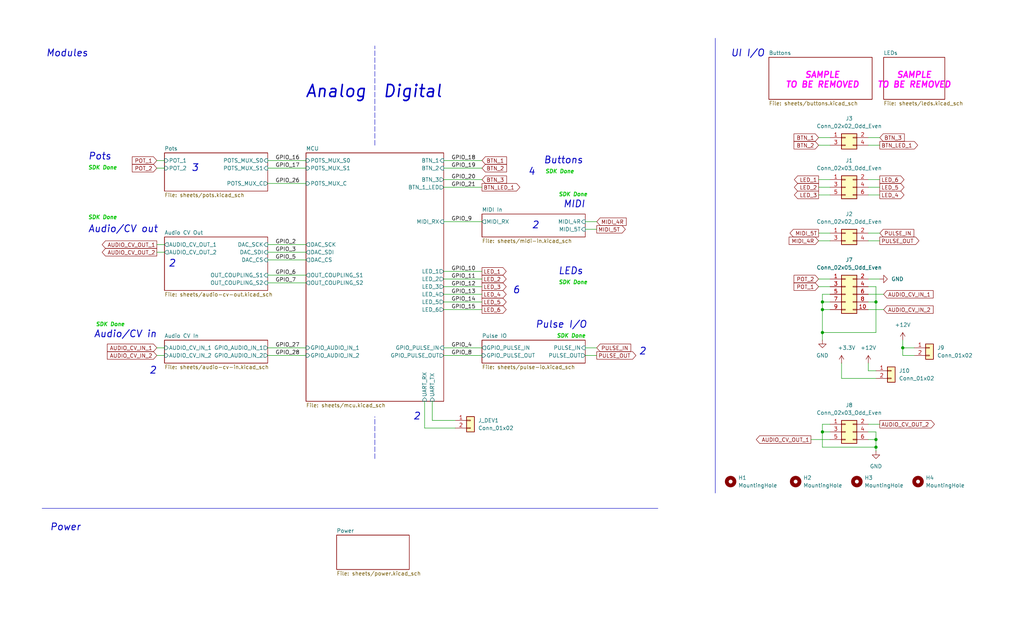
<source format=kicad_sch>
(kicad_sch (version 20250114) (generator "eeschema") (generator_version "9.0")
  (paper "User" 340 210)
  (lib_symbols
    (symbol "Connector_Generic:Conn_01x02" (pin_names (offset 1.016) (hide yes))
      (property "Reference" "J" (at 0 2.54 0))
      (property "Value" "Conn_01x02" (at 0 -5.08 0))
      (symbol "Conn_01x02_1_1"
        (rectangle (start -1.27 1.27) (end 1.27 -3.81) (stroke (width 0.254)) (fill (type background)))
        (rectangle (start -1.27 0.127) (end 0 -0.127) (stroke (width 0.1524)))
        (rectangle (start -1.27 -2.413) (end 0 -2.667) (stroke (width 0.1524)))
        (pin passive line (at -5.08 0 0) (length 3.81) (name "Pin_1") (number "1"))
        (pin passive line (at -5.08 -2.54 0) (length 3.81) (name "Pin_2") (number "2"))
      )
    )
    (symbol "Connector_Generic:Conn_02x02_Odd_Even" (pin_names (offset 1.016) (hide yes))
      (property "Reference" "J" (at 1.27 2.54 0))
      (property "Value" "Conn_02x02_Odd_Even" (at 1.27 -5.08 0))
      (symbol "Conn_02x02_Odd_Even_1_1"
        (rectangle (start -1.27 1.27) (end 3.81 -3.81) (stroke (width 0.254)) (fill (type background)))
        (rectangle (start -1.27 0.127) (end 0 -0.127) (stroke (width 0.1524)))
        (rectangle (start -1.27 -2.413) (end 0 -2.667) (stroke (width 0.1524)))
        (rectangle (start 3.81 0.127) (end 2.54 -0.127) (stroke (width 0.1524)))
        (rectangle (start 3.81 -2.413) (end 2.54 -2.667) (stroke (width 0.1524)))
        (pin passive line (at -5.08 0 0) (length 3.81) (name "Pin_1") (number "1"))
        (pin passive line (at -5.08 -2.54 0) (length 3.81) (name "Pin_3") (number "3"))
        (pin passive line (at 7.62 0 180) (length 3.81) (name "Pin_2") (number "2"))
        (pin passive line (at 7.62 -2.54 180) (length 3.81) (name "Pin_4") (number "4"))
      )
    )
    (symbol "Connector_Generic:Conn_02x03_Odd_Even" (pin_names (offset 1.016) (hide yes))
      (property "Reference" "J" (at 1.27 5.08 0))
      (property "Value" "Conn_02x03_Odd_Even" (at 1.27 -5.08 0))
      (symbol "Conn_02x03_Odd_Even_1_1"
        (rectangle (start -1.27 3.81) (end 3.81 -3.81) (stroke (width 0.254)) (fill (type background)))
        (rectangle (start -1.27 2.667) (end 0 2.413) (stroke (width 0.1524)))
        (rectangle (start -1.27 0.127) (end 0 -0.127) (stroke (width 0.1524)))
        (rectangle (start -1.27 -2.413) (end 0 -2.667) (stroke (width 0.1524)))
        (rectangle (start 3.81 2.667) (end 2.54 2.413) (stroke (width 0.1524)))
        (rectangle (start 3.81 0.127) (end 2.54 -0.127) (stroke (width 0.1524)))
        (rectangle (start 3.81 -2.413) (end 2.54 -2.667) (stroke (width 0.1524)))
        (pin passive line (at -5.08 2.54 0) (length 3.81) (name "Pin_1") (number "1"))
        (pin passive line (at -5.08 0 0) (length 3.81) (name "Pin_3") (number "3"))
        (pin passive line (at -5.08 -2.54 0) (length 3.81) (name "Pin_5") (number "5"))
        (pin passive line (at 7.62 2.54 180) (length 3.81) (name "Pin_2") (number "2"))
        (pin passive line (at 7.62 0 180) (length 3.81) (name "Pin_4") (number "4"))
        (pin passive line (at 7.62 -2.54 180) (length 3.81) (name "Pin_6") (number "6"))
      )
    )
    (symbol "Connector_Generic:Conn_02x05_Odd_Even" (pin_names (offset 1.016) (hide yes))
      (property "Reference" "J" (at 1.27 7.62 0))
      (property "Value" "Conn_02x05_Odd_Even" (at 1.27 -7.62 0))
      (symbol "Conn_02x05_Odd_Even_1_1"
        (rectangle (start -1.27 6.35) (end 3.81 -6.35) (stroke (width 0.254)) (fill (type background)))
        (rectangle (start -1.27 5.207) (end 0 4.953) (stroke (width 0.1524)))
        (rectangle (start -1.27 2.667) (end 0 2.413) (stroke (width 0.1524)))
        (rectangle (start -1.27 0.127) (end 0 -0.127) (stroke (width 0.1524)))
        (rectangle (start -1.27 -2.413) (end 0 -2.667) (stroke (width 0.1524)))
        (rectangle (start -1.27 -4.953) (end 0 -5.207) (stroke (width 0.1524)))
        (rectangle (start 3.81 5.207) (end 2.54 4.953) (stroke (width 0.1524)))
        (rectangle (start 3.81 2.667) (end 2.54 2.413) (stroke (width 0.1524)))
        (rectangle (start 3.81 0.127) (end 2.54 -0.127) (stroke (width 0.1524)))
        (rectangle (start 3.81 -2.413) (end 2.54 -2.667) (stroke (width 0.1524)))
        (rectangle (start 3.81 -4.953) (end 2.54 -5.207) (stroke (width 0.1524)))
        (pin passive line (at -5.08 5.08 0) (length 3.81) (name "Pin_1") (number "1"))
        (pin passive line (at -5.08 2.54 0) (length 3.81) (name "Pin_3") (number "3"))
        (pin passive line (at -5.08 0 0) (length 3.81) (name "Pin_5") (number "5"))
        (pin passive line (at -5.08 -2.54 0) (length 3.81) (name "Pin_7") (number "7"))
        (pin passive line (at -5.08 -5.08 0) (length 3.81) (name "Pin_9") (number "9"))
        (pin passive line (at 7.62 5.08 180) (length 3.81) (name "Pin_2") (number "2"))
        (pin passive line (at 7.62 2.54 180) (length 3.81) (name "Pin_4") (number "4"))
        (pin passive line (at 7.62 0 180) (length 3.81) (name "Pin_6") (number "6"))
        (pin passive line (at 7.62 -2.54 180) (length 3.81) (name "Pin_8") (number "8"))
        (pin passive line (at 7.62 -5.08 180) (length 3.81) (name "Pin_10") (number "10"))
      )
    )
    (symbol "Mechanical:MountingHole" (pin_names (offset 1.016)) (in_bom no)
      (property "Reference" "H" (at 0 5.08 0))
      (property "Value" "MountingHole" (at 0 3.175 0))
      (symbol "MountingHole_0_1"
        (circle (center 0 0) (radius 1.27) (stroke (width 1.27)))
      )
    )
    (symbol "power:+12V" (power) (pin_numbers (hide yes)) (pin_names (offset 0) (hide yes))
      (property "Value" "+12V" (at 0 3.556 0))
      (symbol "+12V_0_1"
        (polyline (pts (xy -0.762 1.27) (xy 0 2.54)))
        (polyline (pts (xy 0 2.54) (xy 0.762 1.27)))
        (polyline (pts (xy 0 0) (xy 0 2.54)))
      )
      (symbol "+12V_1_1"
        (pin power_in line (at 0 0 90) (length 0) (name "~") (number "1"))
      )
    )
    (symbol "power:+3.3V" (power) (pin_numbers (hide yes)) (pin_names (offset 0) (hide yes))
      (property "Value" "+3.3V" (at 0 3.556 0))
      (symbol "+3.3V_0_1"
        (polyline (pts (xy -0.762 1.27) (xy 0 2.54)))
        (polyline (pts (xy 0 2.54) (xy 0.762 1.27)))
        (polyline (pts (xy 0 0) (xy 0 2.54)))
      )
      (symbol "+3.3V_1_1"
        (pin power_in line (at 0 0 90) (length 0) (name "~") (number "1"))
      )
    )
    (symbol "power:GND" (power) (pin_numbers (hide yes)) (pin_names (offset 0) (hide yes))
      (property "Value" "GND" (at 0 -3.81 0))
      (symbol "GND_0_1"
        (polyline (pts (xy 0 0) (xy 0 -1.27) (xy 1.27 -1.27) (xy 0 -2.54) (xy -1.27 -1.27) (xy 0 -1.27)))
      )
      (symbol "GND_1_1"
        (pin power_in line (at 0 0 270) (length 0) (name "~") (number "1"))
      )
    )
  )
  (text "Power" (at 16.51 175.26 0) (effects (font (size 2.27 2.27) (thickness 0.2838) (italic yes)) (justify left)))
  (text "Audio/CV in" (at 31.115 111.125 0) (effects (font (size 2.27 2.27) (thickness 0.2838) (italic yes)) (justify left)))
  (text "SAMPLE\nTO BE REMOVED" (at 273.05 26.67 0) (effects (font (size 2 2) (thickness 0.4) (bold yes) (italic yes))))
  (text "Pulse I/O" (at 194.945 107.95 0) (effects (font (size 2.27 2.27) (thickness 0.2838) (italic yes)) (justify right)))
  (text "6" (at 170.18 96.52 0) (effects (font (size 2.27 2.27) (thickness 0.2838) (italic yes)) (justify left)))
  (text "Audio/CV out" (at 29.21 76.2 0) (effects (font (size 2.27 2.27) (thickness 0.2838) (italic yes)) (justify left)))
  (text "4" (at 175.26 57.15 0) (effects (font (size 2.27 2.27) (thickness 0.2838) (italic yes)) (justify left)))
  (text "SDK Done" (at 29.21 55.88 0) (effects (font (size 1.27 1.27) (thickness 0.254) (bold yes) (italic yes)) (justify left)))
  (text "SDK Done" (at 31.75 107.95 0) (effects (font (size 1.27 1.27) (thickness 0.254) (bold yes) (italic yes)) (justify left)))
  (text "SAMPLE\nTO BE REMOVED" (at 303.53 26.67 0) (effects (font (size 2 2) (thickness 0.4) (bold yes) (italic yes))))
  (text "SDK Done" (at 29.21 72.39 0) (effects (font (size 1.27 1.27) (thickness 0.254) (bold yes) (italic yes)) (justify left)))
  (text "2" (at 212.09 116.84 0) (effects (font (size 2.27 2.27) (thickness 0.2838) (italic yes)) (justify left)))
  (text "LEDs" (at 193.675 90.17 0) (effects (font (size 2.27 2.27) (thickness 0.2838) (italic yes)) (justify right)))
  (text "Modules" (at 15.24 17.78 0) (effects (font (size 2.27 2.27) (thickness 0.2838) (italic yes)) (justify left)))
  (text "2" (at 49.53 123.19 0) (effects (font (size 2.27 2.27) (thickness 0.2838) (italic yes)) (justify left)))
  (text "SDK Done" (at 185.42 93.98 0) (effects (font (size 1.27 1.27) (thickness 0.254) (bold yes) (italic yes)) (justify left)))
  (text "2" (at 137.16 138.43 0) (effects (font (size 2.27 2.27) (thickness 0.2838) (italic yes)) (justify left)))
  (text "Buttons" (at 193.675 53.34 0) (effects (font (size 2.27 2.27) (thickness 0.2838) (italic yes)) (justify right)))
  (text "2" (at 55.88 87.63 0) (effects (font (size 2.27 2.27) (thickness 0.2838) (italic yes)) (justify left)))
  (text "2" (at 176.53 74.93 0) (effects (font (size 2.27 2.27) (thickness 0.2838) (italic yes)) (justify left)))
  (text "SDK Done" (at 185.42 64.77 0) (effects (font (size 1.27 1.27) (thickness 0.254) (bold yes) (italic yes)) (justify left)))
  (text "Analog" (at 121.92 30.48 0) (effects (font (size 4 4) (thickness 0.5) (italic yes)) (justify right)))
  (text "SDK Done" (at 180.975 57.15 0) (effects (font (size 1.27 1.27) (thickness 0.254) (bold yes) (italic yes)) (justify left)))
  (text "Pots" (at 29.21 52.07 0) (effects (font (size 2.27 2.27) (thickness 0.2838) (italic yes)) (justify left)))
  (text "SDK Done" (at 184.785 111.76 0) (effects (font (size 1.27 1.27) (thickness 0.254) (bold yes) (italic yes)) (justify left)))
  (text "Digital" (at 127 30.48 0) (effects (font (size 4 4) (thickness 0.5) (italic yes)) (justify left)))
  (text "MIDI" (at 194.31 67.945 0) (effects (font (size 2.27 2.27) (thickness 0.2838) (italic yes)) (justify right)))
  (text "3" (at 63.5 55.88 0) (effects (font (size 2.27 2.27) (thickness 0.2838) (italic yes)) (justify left)))
  (text "UI I/O" (at 242.57 17.78 0) (effects (font (size 2.27 2.27) (thickness 0.2838) (italic yes)) (justify left)))
  (junction (at 273.05 100.33))
  (junction (at 299.72 115.57))
  (junction (at 273.05 143.51))
  (junction (at 290.83 148.59))
  (junction (at 273.05 110.49))
  (junction (at 273.05 102.87))
  (junction (at 290.83 146.05))
  (junction (at 290.83 100.33))
  (polyline (pts (xy 124.46 48.26) (xy 124.46 15.24)) (stroke (width 0) (type dash)))
  (wire (pts (xy 88.9 93.98) (xy 101.6 93.98)))
  (wire (pts (xy 271.78 45.72) (xy 275.59 45.72)))
  (wire (pts (xy 271.78 48.26) (xy 275.59 48.26)))
  (wire (pts (xy 147.32 55.88) (xy 160.02 55.88)))
  (wire (pts (xy 271.78 80.01) (xy 275.59 80.01)))
  (wire (pts (xy 88.9 81.28) (xy 101.6 81.28)))
  (wire (pts (xy 292.1 45.72) (xy 288.29 45.72)))
  (wire (pts (xy 147.32 97.79) (xy 160.02 97.79)))
  (wire (pts (xy 194.31 76.2) (xy 198.12 76.2)))
  (wire (pts (xy 194.31 118.11) (xy 198.12 118.11)))
  (wire (pts (xy 288.29 120.65) (xy 288.29 123.19)))
  (wire (pts (xy 299.72 115.57) (xy 299.72 118.11)))
  (polyline (pts (xy 124.46 152.4) (xy 124.46 138.43)) (stroke (width 0) (type dash)))
  (wire (pts (xy 292.1 59.69) (xy 288.29 59.69)))
  (wire (pts (xy 292.1 80.01) (xy 288.29 80.01)))
  (wire (pts (xy 140.97 133.35) (xy 140.97 142.24)))
  (wire (pts (xy 147.32 118.11) (xy 160.02 118.11)))
  (wire (pts (xy 288.29 123.19) (xy 290.83 123.19)))
  (wire (pts (xy 293.37 102.87) (xy 288.29 102.87)))
  (wire (pts (xy 271.78 95.25) (xy 275.59 95.25)))
  (wire (pts (xy 88.9 60.96) (xy 101.6 60.96)))
  (wire (pts (xy 290.83 100.33) (xy 290.83 110.49)))
  (wire (pts (xy 290.83 95.25) (xy 290.83 100.33)))
  (wire (pts (xy 290.83 110.49) (xy 273.05 110.49)))
  (wire (pts (xy 271.78 59.69) (xy 275.59 59.69)))
  (wire (pts (xy 147.32 92.71) (xy 160.02 92.71)))
  (wire (pts (xy 52.07 55.88) (xy 54.61 55.88)))
  (wire (pts (xy 273.05 143.51) (xy 275.59 143.51)))
  (wire (pts (xy 52.07 83.82) (xy 54.61 83.82)))
  (wire (pts (xy 290.83 148.59) (xy 290.83 149.86)))
  (wire (pts (xy 52.07 53.34) (xy 54.61 53.34)))
  (wire (pts (xy 273.05 148.59) (xy 290.83 148.59)))
  (wire (pts (xy 88.9 118.11) (xy 101.6 118.11)))
  (wire (pts (xy 290.83 146.05) (xy 290.83 148.59)))
  (wire (pts (xy 147.32 59.69) (xy 160.02 59.69)))
  (wire (pts (xy 273.05 97.79) (xy 275.59 97.79)))
  (wire (pts (xy 288.29 100.33) (xy 290.83 100.33)))
  (wire (pts (xy 88.9 91.44) (xy 101.6 91.44)))
  (wire (pts (xy 147.32 90.17) (xy 160.02 90.17)))
  (wire (pts (xy 292.1 140.97) (xy 288.29 140.97)))
  (wire (pts (xy 198.12 115.57) (xy 194.31 115.57)))
  (wire (pts (xy 140.97 142.24) (xy 151.13 142.24)))
  (wire (pts (xy 147.32 102.87) (xy 160.02 102.87)))
  (wire (pts (xy 273.05 140.97) (xy 273.05 143.51)))
  (wire (pts (xy 88.9 115.57) (xy 101.6 115.57)))
  (wire (pts (xy 271.78 64.77) (xy 275.59 64.77)))
  (wire (pts (xy 290.83 143.51) (xy 290.83 146.05)))
  (wire (pts (xy 288.29 146.05) (xy 290.83 146.05)))
  (wire (pts (xy 273.05 113.03) (xy 273.05 110.49)))
  (wire (pts (xy 279.4 125.73) (xy 279.4 120.65)))
  (wire (pts (xy 147.32 53.34) (xy 160.02 53.34)))
  (wire (pts (xy 147.32 100.33) (xy 160.02 100.33)))
  (wire (pts (xy 288.29 92.71) (xy 292.1 92.71)))
  (wire (pts (xy 52.07 115.57) (xy 54.61 115.57)))
  (wire (pts (xy 273.05 97.79) (xy 273.05 100.33)))
  (wire (pts (xy 88.9 86.36) (xy 101.6 86.36)))
  (wire (pts (xy 288.29 97.79) (xy 293.37 97.79)))
  (wire (pts (xy 52.07 81.28) (xy 54.61 81.28)))
  (wire (pts (xy 271.78 62.23) (xy 275.59 62.23)))
  (wire (pts (xy 52.07 118.11) (xy 54.61 118.11)))
  (wire (pts (xy 143.51 133.35) (xy 143.51 139.7)))
  (wire (pts (xy 273.05 100.33) (xy 273.05 102.87)))
  (wire (pts (xy 273.05 102.87) (xy 273.05 110.49)))
  (wire (pts (xy 273.05 102.87) (xy 275.59 102.87)))
  (wire (pts (xy 273.05 143.51) (xy 273.05 148.59)))
  (wire (pts (xy 198.12 73.66) (xy 194.31 73.66)))
  (wire (pts (xy 290.83 125.73) (xy 279.4 125.73)))
  (polyline (pts (xy 237.49 12.7) (xy 237.49 163.83)))
  (wire (pts (xy 143.51 139.7) (xy 151.13 139.7)))
  (wire (pts (xy 275.59 140.97) (xy 273.05 140.97)))
  (wire (pts (xy 288.29 143.51) (xy 290.83 143.51)))
  (wire (pts (xy 299.72 113.03) (xy 299.72 115.57)))
  (wire (pts (xy 292.1 64.77) (xy 288.29 64.77)))
  (wire (pts (xy 271.78 77.47) (xy 275.59 77.47)))
  (wire (pts (xy 299.72 115.57) (xy 303.53 115.57)))
  (wire (pts (xy 299.72 118.11) (xy 303.53 118.11)))
  (wire (pts (xy 288.29 95.25) (xy 290.83 95.25)))
  (wire (pts (xy 147.32 95.25) (xy 160.02 95.25)))
  (wire (pts (xy 88.9 83.82) (xy 101.6 83.82)))
  (polyline (pts (xy 13.97 168.91) (xy 218.44 168.91)))
  (wire (pts (xy 292.1 77.47) (xy 288.29 77.47)))
  (wire (pts (xy 147.32 62.23) (xy 160.02 62.23)))
  (wire (pts (xy 292.1 62.23) (xy 288.29 62.23)))
  (wire (pts (xy 271.78 92.71) (xy 275.59 92.71)))
  (wire (pts (xy 88.9 53.34) (xy 101.6 53.34)))
  (wire (pts (xy 269.24 146.05) (xy 275.59 146.05)))
  (wire (pts (xy 147.32 73.66) (xy 160.02 73.66)))
  (wire (pts (xy 88.9 55.88) (xy 101.6 55.88)))
  (wire (pts (xy 147.32 115.57) (xy 160.02 115.57)))
  (wire (pts (xy 292.1 48.26) (xy 288.29 48.26)))
  (wire (pts (xy 275.59 100.33) (xy 273.05 100.33)))
  (label "GPIO_14" (at 149.86 100.33 0))
  (label "GPIO_19" (at 149.86 55.88 0))
  (label "GPIO_11" (at 149.86 92.71 0))
  (label "GPIO_3" (at 91.44 83.82 0))
  (label "GPIO_15" (at 149.86 102.87 0))
  (label "GPIO_5" (at 91.44 86.36 0))
  (label "GPIO_21" (at 149.86 62.23 0))
  (label "GPIO_10" (at 149.86 90.17 0))
  (label "GPIO_28" (at 91.44 118.11 0))
  (label "GPIO_13" (at 149.86 97.79 0))
  (label "GPIO_17" (at 91.44 55.88 0))
  (label "GPIO_27" (at 91.44 115.57 0))
  (label "GPIO_26" (at 91.44 60.96 0))
  (label "GPIO_18" (at 149.86 53.34 0))
  (label "GPIO_9" (at 149.86 73.66 0))
  (label "GPIO_7" (at 91.44 93.98 0))
  (label "GPIO_16" (at 91.44 53.34 0))
  (label "GPIO_12" (at 149.86 95.25 0))
  (label "GPIO_4" (at 149.86 115.57 0))
  (label "GPIO_2" (at 91.44 81.28 0))
  (label "GPIO_8" (at 149.86 118.11 0))
  (label "GPIO_6" (at 91.44 91.44 0))
  (label "GPIO_20" (at 149.86 59.69 0))
  (global_label "MIDI_5T" (shape output) (at 198.12 76.2 0) (property "Intersheetrefs" "${INTERSHEET_REFS}" (effects (hide yes))))
  (global_label "MIDI_5T" (shape output) (at 271.78 77.47 180) (property "Intersheetrefs" "${INTERSHEET_REFS}" (effects (hide yes))))
  (global_label "AUDIO_CV_OUT_1" (shape output) (at 52.07 81.28 180) (property "Intersheetrefs" "${INTERSHEET_REFS}" (effects (hide yes))))
  (global_label "LED_5" (shape output) (at 160.02 100.33 0) (property "Intersheetrefs" "${INTERSHEET_REFS}" (effects (hide yes))))
  (global_label "LED_2" (shape output) (at 271.78 62.23 180) (property "Intersheetrefs" "${INTERSHEET_REFS}" (effects (hide yes))))
  (global_label "POT_2" (shape input) (at 271.78 92.71 180) (property "Intersheetrefs" "${INTERSHEET_REFS}" (effects (hide yes))))
  (global_label "PULSE_OUT" (shape output) (at 198.12 118.11 0) (property "Intersheetrefs" "${INTERSHEET_REFS}" (effects (hide yes))))
  (global_label "AUDIO_CV_OUT_2" (shape output) (at 292.1 140.97 0) (property "Intersheetrefs" "${INTERSHEET_REFS}" (effects (hide yes))))
  (global_label "BTN_2" (shape input) (at 271.78 48.26 180) (property "Intersheetrefs" "${INTERSHEET_REFS}" (effects (hide yes))))
  (global_label "LED_4" (shape output) (at 160.02 97.79 0) (property "Intersheetrefs" "${INTERSHEET_REFS}" (effects (hide yes))))
  (global_label "BTN_1" (shape input) (at 160.02 53.34 0) (property "Intersheetrefs" "${INTERSHEET_REFS}" (effects (hide yes))))
  (global_label "POT_2" (shape input) (at 52.07 55.88 180) (property "Intersheetrefs" "${INTERSHEET_REFS}" (effects (hide yes))))
  (global_label "LED_5" (shape output) (at 292.1 62.23 0) (property "Intersheetrefs" "${INTERSHEET_REFS}" (effects (hide yes))))
  (global_label "LED_1" (shape output) (at 271.78 59.69 180) (property "Intersheetrefs" "${INTERSHEET_REFS}" (effects (hide yes))))
  (global_label "AUDIO_CV_IN_2" (shape input) (at 52.07 118.11 180) (property "Intersheetrefs" "${INTERSHEET_REFS}" (effects (hide yes))))
  (global_label "LED_6" (shape output) (at 292.1 59.69 0) (property "Intersheetrefs" "${INTERSHEET_REFS}" (effects (hide yes))))
  (global_label "LED_3" (shape output) (at 271.78 64.77 180) (property "Intersheetrefs" "${INTERSHEET_REFS}" (effects (hide yes))))
  (global_label "BTN_LED_1" (shape output) (at 292.1 48.26 0) (property "Intersheetrefs" "${INTERSHEET_REFS}" (effects (hide yes))))
  (global_label "BTN_2" (shape input) (at 160.02 55.88 0) (property "Intersheetrefs" "${INTERSHEET_REFS}" (effects (hide yes))))
  (global_label "MIDI_4R" (shape input) (at 198.12 73.66 0) (property "Intersheetrefs" "${INTERSHEET_REFS}" (effects (hide yes))))
  (global_label "LED_3" (shape output) (at 160.02 95.25 0) (property "Intersheetrefs" "${INTERSHEET_REFS}" (effects (hide yes))))
  (global_label "AUDIO_CV_IN_2" (shape input) (at 293.37 102.87 0) (property "Intersheetrefs" "${INTERSHEET_REFS}" (effects (hide yes))))
  (global_label "AUDIO_CV_IN_1" (shape input) (at 293.37 97.79 0) (property "Intersheetrefs" "${INTERSHEET_REFS}" (effects (hide yes))))
  (global_label "BTN_LED_1" (shape output) (at 160.02 62.23 0) (property "Intersheetrefs" "${INTERSHEET_REFS}" (effects (hide yes))))
  (global_label "MIDI_4R" (shape input) (at 271.78 80.01 180) (property "Intersheetrefs" "${INTERSHEET_REFS}" (effects (hide yes))))
  (global_label "AUDIO_CV_IN_1" (shape input) (at 52.07 115.57 180) (property "Intersheetrefs" "${INTERSHEET_REFS}" (effects (hide yes))))
  (global_label "BTN_3" (shape input) (at 160.02 59.69 0) (property "Intersheetrefs" "${INTERSHEET_REFS}" (effects (hide yes))))
  (global_label "PULSE_IN" (shape input) (at 292.1 77.47 0) (property "Intersheetrefs" "${INTERSHEET_REFS}" (effects (hide yes))))
  (global_label "LED_6" (shape output) (at 160.02 102.87 0) (property "Intersheetrefs" "${INTERSHEET_REFS}" (effects (hide yes))))
  (global_label "POT_1" (shape input) (at 271.78 95.25 180) (property "Intersheetrefs" "${INTERSHEET_REFS}" (effects (hide yes))))
  (global_label "LED_2" (shape output) (at 160.02 92.71 0) (property "Intersheetrefs" "${INTERSHEET_REFS}" (effects (hide yes))))
  (global_label "LED_4" (shape output) (at 292.1 64.77 0) (property "Intersheetrefs" "${INTERSHEET_REFS}" (effects (hide yes))))
  (global_label "AUDIO_CV_OUT_2" (shape output) (at 52.07 83.82 180) (property "Intersheetrefs" "${INTERSHEET_REFS}" (effects (hide yes))))
  (global_label "BTN_3" (shape input) (at 292.1 45.72 0) (property "Intersheetrefs" "${INTERSHEET_REFS}" (effects (hide yes))))
  (global_label "BTN_1" (shape input) (at 271.78 45.72 180) (property "Intersheetrefs" "${INTERSHEET_REFS}" (effects (hide yes))))
  (global_label "AUDIO_CV_OUT_1" (shape output) (at 269.24 146.05 180) (property "Intersheetrefs" "${INTERSHEET_REFS}" (effects (hide yes))))
  (global_label "PULSE_IN" (shape input) (at 198.12 115.57 0) (property "Intersheetrefs" "${INTERSHEET_REFS}" (effects (hide yes))))
  (global_label "POT_1" (shape input) (at 52.07 53.34 180) (property "Intersheetrefs" "${INTERSHEET_REFS}" (effects (hide yes))))
  (global_label "LED_1" (shape output) (at 160.02 90.17 0) (property "Intersheetrefs" "${INTERSHEET_REFS}" (effects (hide yes))))
  (global_label "PULSE_OUT" (shape output) (at 292.1 80.01 0) (property "Intersheetrefs" "${INTERSHEET_REFS}" (effects (hide yes))))
  (symbol (lib_id "power:GND") (at 290.83 149.86 0) (unit 1)
    (property "Reference" "#PWR013" (effects (hide yes)))
    (property "Value" "GND" (at 290.83 154.94 0))
    (property "Description" "Power symbol creates a global label with name \"GND\" , ground" (effects (hide yes)))
  )
  (symbol (lib_id "Connector_Generic:Conn_02x02_Odd_Even") (at 280.67 45.72 0) (unit 1)
    (property "Reference" "J3" (at 281.94 39.37 0))
    (property "Value" "Conn_02x02_Odd_Even" (at 281.94 41.91 0))
    (property "Footprint" "Connector_PinHeader_2.54mm:PinHeader_2x02_P2.54mm_Vertical" (effects (hide yes)))
    (property "Description" "Generic connector, double row, 02x02, odd/even pin numbering scheme (row 1 odd numbers, row 2 even numbers), script generated (kicad-library-utils/schlib/autogen/connector/)" (effects (hide yes)))
    (property "Vendor" "Mouser" (effects (hide yes)))
  )
  (symbol (lib_id "power:GND") (at 292.1 92.71 90) (unit 1)
    (property "Reference" "#PWR076" (effects (hide yes)))
    (property "Value" "GND" (at 295.91 92.7099 90) (effects (justify right)))
    (property "Description" "Power symbol creates a global label with name \"GND\" , ground" (effects (hide yes)))
  )
  (symbol (lib_id "Mechanical:MountingHole") (at 264.16 160.02 0) (unit 1) (in_bom no)
    (property "Reference" "H2" (at 266.7 158.7499 0) (effects (justify left)))
    (property "Value" "MountingHole" (at 266.7 161.2899 0) (effects (justify left)))
    (property "Footprint" "MountingHole:MountingHole_3.2mm_M3_DIN965_Pad" (effects (hide yes)))
    (property "Description" "Mounting Hole without connection" (effects (hide yes)))
    (property "Vendor" "N/A" (effects (hide yes)))
  )
  (symbol (lib_id "Mechanical:MountingHole") (at 242.57 160.02 0) (unit 1) (in_bom no)
    (property "Reference" "H1" (at 245.11 158.7499 0) (effects (justify left)))
    (property "Value" "MountingHole" (at 245.11 161.2899 0) (effects (justify left)))
    (property "Footprint" "MountingHole:MountingHole_3.2mm_M3_DIN965_Pad" (effects (hide yes)))
    (property "Description" "Mounting Hole without connection" (effects (hide yes)))
    (property "Vendor" "N/A" (effects (hide yes)))
  )
  (symbol (lib_id "power:+12V") (at 299.72 113.03 0) (unit 1)
    (property "Reference" "#PWR067" (effects (hide yes)))
    (property "Value" "+12V" (at 299.72 107.95 0))
    (property "Description" "Power symbol creates a global label with name \"+12V\"" (effects (hide yes)))
  )
  (symbol (lib_id "power:+12V") (at 288.29 120.65 0) (unit 1)
    (property "Reference" "#PWR012" (effects (hide yes)))
    (property "Value" "+12V" (at 288.29 115.57 0))
    (property "Description" "Power symbol creates a global label with name \"+12V\"" (effects (hide yes)))
  )
  (symbol (lib_id "Connector_Generic:Conn_02x05_Odd_Even") (at 280.67 97.79 0) (unit 1)
    (property "Reference" "J7" (at 281.94 86.36 0))
    (property "Value" "Conn_02x05_Odd_Even" (at 281.94 88.9 0))
    (property "Footprint" "Connector_PinHeader_2.54mm:PinHeader_2x05_P2.54mm_Vertical" (effects (hide yes)))
    (property "Description" "Generic connector, double row, 02x05, odd/even pin numbering scheme (row 1 odd numbers, row 2 even numbers), script generated (kicad-library-utils/schlib/autogen/connector/)" (effects (hide yes)))
    (property "Vendor" "Mouser" (effects (hide yes)))
  )
  (symbol (lib_id "power:+3.3V") (at 279.4 120.65 0) (unit 1)
    (property "Reference" "#PWR062" (effects (hide yes)))
    (property "Value" "+3.3V" (at 278.13 115.57 0) (effects (justify left)))
    (property "Description" "Power symbol creates a global label with name \"+3.3V\"" (effects (hide yes)))
  )
  (symbol (lib_id "Mechanical:MountingHole") (at 284.48 160.02 0) (unit 1) (in_bom no)
    (property "Reference" "H3" (at 287.02 158.7499 0) (effects (justify left)))
    (property "Value" "MountingHole" (at 287.02 161.2899 0) (effects (justify left)))
    (property "Footprint" "MountingHole:MountingHole_3.2mm_M3_DIN965_Pad" (effects (hide yes)))
    (property "Description" "Mounting Hole without connection" (effects (hide yes)))
    (property "Vendor" "N/A" (effects (hide yes)))
  )
  (symbol (lib_id "Connector_Generic:Conn_02x03_Odd_Even") (at 280.67 143.51 0) (unit 1)
    (property "Reference" "J8" (at 281.94 134.62 0))
    (property "Value" "Conn_02x03_Odd_Even" (at 281.94 137.16 0))
    (property "Footprint" "Connector_PinHeader_2.54mm:PinHeader_2x03_P2.54mm_Vertical" (effects (hide yes)))
    (property "Description" "Generic connector, double row, 02x03, odd/even pin numbering scheme (row 1 odd numbers, row 2 even numbers), script generated (kicad-library-utils/schlib/autogen/connector/)" (effects (hide yes)))
    (property "Vendor" "Mouser" (effects (hide yes)))
  )
  (symbol (lib_id "Connector_Generic:Conn_01x02") (at 308.61 115.57 0) (unit 1)
    (property "Reference" "J9" (at 311.15 115.5699 0) (effects (justify left)))
    (property "Value" "Conn_01x02" (at 311.15 118.1099 0) (effects (justify left)))
    (property "Footprint" "Connector_PinHeader_2.54mm:PinHeader_1x02_P2.54mm_Vertical" (effects (hide yes)))
    (property "Description" "Generic connector, single row, 01x02, script generated (kicad-library-utils/schlib/autogen/connector/)" (effects (hide yes)))
    (property "Vendor" "Mouser" (effects (hide yes)))
  )
  (symbol (lib_id "Mechanical:MountingHole") (at 304.8 160.02 0) (unit 1) (in_bom no)
    (property "Reference" "H4" (at 307.34 158.7499 0) (effects (justify left)))
    (property "Value" "MountingHole" (at 307.34 161.2899 0) (effects (justify left)))
    (property "Footprint" "MountingHole:MountingHole_3.2mm_M3_DIN965_Pad" (effects (hide yes)))
    (property "Description" "Mounting Hole without connection" (effects (hide yes)))
    (property "Vendor" "N/A" (effects (hide yes)))
  )
  (symbol (lib_id "Connector_Generic:Conn_01x02") (at 295.91 123.19 0) (unit 1)
    (property "Reference" "J10" (at 298.45 123.1899 0) (effects (justify left)))
    (property "Value" "Conn_01x02" (at 298.45 125.7299 0) (effects (justify left)))
    (property "Footprint" "Connector_PinHeader_2.54mm:PinHeader_1x02_P2.54mm_Vertical" (effects (hide yes)))
    (property "Description" "Generic connector, single row, 01x02, script generated (kicad-library-utils/schlib/autogen/connector/)" (effects (hide yes)))
    (property "Vendor" "Mouser" (effects (hide yes)))
  )
  (symbol (lib_id "Connector_Generic:Conn_01x02") (at 156.21 139.7 0) (unit 1)
    (property "Reference" "J_DEV1" (at 158.75 139.6999 0) (effects (justify left)))
    (property "Value" "Conn_01x02" (at 158.75 142.2399 0) (effects (justify left)))
    (property "Footprint" "Connector_PinHeader_2.54mm:PinHeader_1x02_P2.54mm_Vertical" (effects (hide yes)))
    (property "Description" "Generic connector, single row, 01x02, script generated (kicad-library-utils/schlib/autogen/connector/)" (effects (hide yes)))
  )
  (symbol (lib_id "power:GND") (at 273.05 113.03 0) (unit 1)
    (property "Reference" "#PWR074" (effects (hide yes)))
    (property "Value" "GND" (at 273.05 118.11 0))
    (property "Description" "Power symbol creates a global label with name \"GND\" , ground" (effects (hide yes)))
  )
  (symbol (lib_id "Connector_Generic:Conn_02x03_Odd_Even") (at 280.67 62.23 0) (unit 1)
    (property "Reference" "J1" (at 281.94 53.34 0))
    (property "Value" "Conn_02x03_Odd_Even" (at 281.94 55.88 0))
    (property "Footprint" "Connector_PinHeader_2.54mm:PinHeader_2x03_P2.54mm_Vertical" (effects (hide yes)))
    (property "Description" "Generic connector, double row, 02x03, odd/even pin numbering scheme (row 1 odd numbers, row 2 even numbers), script generated (kicad-library-utils/schlib/autogen/connector/)" (effects (hide yes)))
    (property "Vendor" "Mouser" (effects (hide yes)))
  )
  (symbol (lib_id "Connector_Generic:Conn_02x02_Odd_Even") (at 280.67 77.47 0) (unit 1)
    (property "Reference" "J2" (at 281.94 71.12 0))
    (property "Value" "Conn_02x02_Odd_Even" (at 281.94 73.66 0))
    (property "Footprint" "Connector_PinHeader_2.54mm:PinHeader_2x02_P2.54mm_Vertical" (effects (hide yes)))
    (property "Description" "Generic connector, double row, 02x02, odd/even pin numbering scheme (row 1 odd numbers, row 2 even numbers), script generated (kicad-library-utils/schlib/autogen/connector/)" (effects (hide yes)))
    (property "Vendor" "Mouser" (effects (hide yes)))
  )
  (sheet (at 293.37 19.05) (size 20.32 13.97) (stroke (width 0.1524))
    (property "Sheetname" "LEDs" (at 293.37 18.3384 0) (effects (justify left bottom)))
    (property "Sheetfile" "sheets/leds.kicad_sch" (at 293.37 33.6046 0) (effects (justify left top)))
  )
  (sheet (at 54.61 113.03) (size 34.29 7.62) (stroke (width 0.1524))
    (property "Sheetname" "Audio CV In" (at 54.61 112.3184 0) (effects (justify left bottom)))
    (property "Sheetfile" "sheets/audio-cv-in.kicad_sch" (at 54.61 121.2346 0) (effects (justify left top)))
    (pin "AUDIO_CV_IN_1" input (at 54.61 115.57 180))
    (pin "AUDIO_CV_IN_2" input (at 54.61 118.11 180))
    (pin "GPIO_AUDIO_IN_1" output (at 88.9 115.57 0))
    (pin "GPIO_AUDIO_IN_2" output (at 88.9 118.11 0))
  )
  (sheet (at 54.61 50.8) (size 34.29 12.7) (stroke (width 0.1524))
    (property "Sheetname" "Pots" (at 54.61 50.0884 0) (effects (justify left bottom)))
    (property "Sheetfile" "sheets/pots.kicad_sch" (at 54.61 64.0846 0) (effects (justify left top)))
    (pin "POTS_MUX_C" output (at 88.9 60.96 0))
    (pin "POTS_MUX_S0" input (at 88.9 53.34 0))
    (pin "POTS_MUX_S1" input (at 88.9 55.88 0))
    (pin "POT_1" input (at 54.61 53.34 180))
    (pin "POT_2" input (at 54.61 55.88 180))
  )
  (sheet (at 160.02 71.12) (size 34.29 7.62) (stroke (width 0.1524))
    (property "Sheetname" "MIDI In" (at 160.02 70.4084 0) (effects (justify left bottom)))
    (property "Sheetfile" "sheets/midi-in.kicad_sch" (at 160.02 79.3246 0) (effects (justify left top)))
    (pin "MIDI_4R" input (at 194.31 73.66 0))
    (pin "MIDI_5T" input (at 194.31 76.2 0))
    (pin "MIDI_RX" output (at 160.02 73.66 180))
  )
  (sheet (at 111.76 177.8) (size 24.13 11.43) (stroke (width 0.1524))
    (property "Sheetname" "Power" (at 111.76 177.0884 0) (effects (justify left bottom)))
    (property "Sheetfile" "sheets/power.kicad_sch" (at 111.76 189.8146 0) (effects (justify left top)))
  )
  (sheet (at 54.61 78.74) (size 34.29 17.78) (stroke (width 0.1524))
    (property "Sheetname" "Audio CV Out" (at 54.61 78.0284 0) (effects (justify left bottom)))
    (property "Sheetfile" "sheets/audio-cv-out.kicad_sch" (at 54.61 97.1046 0) (effects (justify left top)))
    (pin "AUDIO_CV_OUT_1" output (at 54.61 81.28 180))
    (pin "DAC_CS" input (at 88.9 86.36 0))
    (pin "DAC_SCK" input (at 88.9 81.28 0))
    (pin "DAC_SDI" input (at 88.9 83.82 0))
    (pin "AUDIO_CV_OUT_2" output (at 54.61 83.82 180))
    (pin "OUT_COUPLING_S1" input (at 88.9 91.44 0))
    (pin "OUT_COUPLING_S2" input (at 88.9 93.98 0))
  )
  (sheet (at 255.27 19.05) (size 34.29 13.97) (stroke (width 0.1524))
    (property "Sheetname" "Buttons" (at 255.27 18.3384 0) (effects (justify left bottom)))
    (property "Sheetfile" "sheets/buttons.kicad_sch" (at 255.27 33.6046 0) (effects (justify left top)))
  )
  (sheet (at 160.02 113.03) (size 34.29 7.62) (stroke (width 0.1524))
    (property "Sheetname" "Pulse IO" (at 160.02 112.3184 0) (effects (justify left bottom)))
    (property "Sheetfile" "sheets/pulse-io.kicad_sch" (at 160.02 121.2346 0) (effects (justify left top)))
    (pin "GPIO_PULSE_IN" output (at 160.02 115.57 180))
    (pin "GPIO_PULSE_OUT" input (at 160.02 118.11 180))
    (pin "PULSE_IN" input (at 194.31 115.57 0))
    (pin "PULSE_OUT" output (at 194.31 118.11 0))
  )
  (sheet (at 101.6 50.8) (size 45.72 82.55) (stroke (width 0.1524))
    (property "Sheetname" "MCU" (at 101.6 50.0884 0) (effects (justify left bottom)))
    (property "Sheetfile" "sheets/mcu.kicad_sch" (at 101.6 133.9346 0) (effects (justify left top)))
    (pin "POTS_MUX_C" input (at 101.6 60.96 180))
    (pin "POTS_MUX_S0" input (at 101.6 53.34 180))
    (pin "POTS_MUX_S1" input (at 101.6 55.88 180))
    (pin "LED_1" output (at 147.32 90.17 0))
    (pin "LED_2" output (at 147.32 92.71 0))
    (pin "LED_3" output (at 147.32 95.25 0))
    (pin "LED_4" output (at 147.32 97.79 0))
    (pin "LED_5" output (at 147.32 100.33 0))
    (pin "LED_6" output (at 147.32 102.87 0))
    (pin "MIDI_RX" input (at 147.32 73.66 0))
    (pin "BTN_1" input (at 147.32 53.34 0))
    (pin "BTN_2" input (at 147.32 55.88 0))
    (pin "BTN_3" output (at 147.32 59.69 0))
    (pin "BTN_1_LED" output (at 147.32 62.23 0))
    (pin "UART_RX" input (at 140.97 133.35 270))
    (pin "UART_TX" input (at 143.51 133.35 270))
    (pin "DAC_CS" output (at 101.6 86.36 180))
    (pin "DAC_SCK" output (at 101.6 81.28 180))
    (pin "DAC_SDI" output (at 101.6 83.82 180))
    (pin "OUT_COUPLING_S1" output (at 101.6 91.44 180))
    (pin "OUT_COUPLING_S2" output (at 101.6 93.98 180))
    (pin "GPIO_AUDIO_IN_1" input (at 101.6 115.57 180))
    (pin "GPIO_AUDIO_IN_2" input (at 101.6 118.11 180))
    (pin "GPIO_PULSE_IN" input (at 147.32 115.57 0))
    (pin "GPIO_PULSE_OUT" output (at 147.32 118.11 0))
  )
)
</source>
